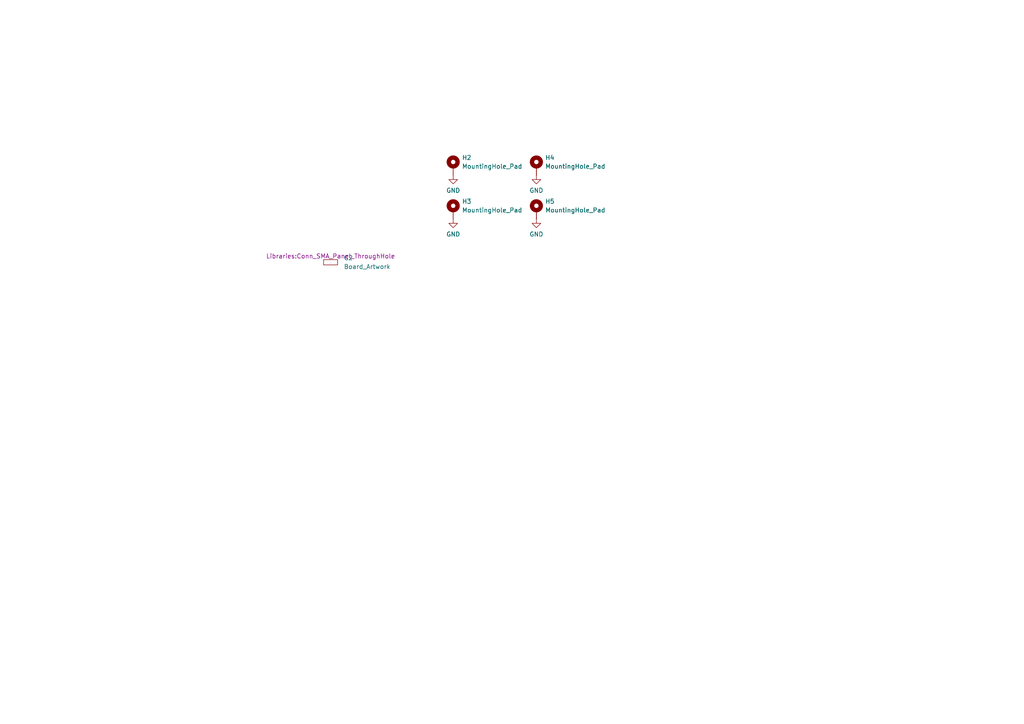
<source format=kicad_sch>
(kicad_sch (version 20231120) (generator "eeschema") (generator_version "8.0")
  (paper "A4")
  (lib_symbols
    (symbol "Mechanical:MountingHole_Pad" (pin_numbers hide) (pin_names (offset 1.016) hide) (exclude_from_sim yes) (in_bom no)
      (property "Reference" "H" (at 0 6.35 0))
      (property "Value" "MountingHole_Pad" (at 0 4.445 0))
      (symbol "MountingHole_Pad_0_1"
        (circle (center 0 1.27) (radius 1.27) (stroke (width 1.27)))
      )
      (symbol "MountingHole_Pad_1_1"
        (pin input line (at 0 -2.54 90) (length 2.54) (name "1") (number "1"))
      )
    )
    (symbol "Smitty:Board_Artwork" (in_bom no)
      (property "Reference" "G" (at 0 0 0))
      (property "Value" "Board_Artwork" (at 0 2.032 0))
      (symbol "Board_Artwork_0_1"
        (rectangle (start -2.032 -1.016) (end 2.032 -2.54))
      )
    )
    (symbol "power:GND" (power) (pin_numbers hide) (pin_names (offset 0) hide)
      (property "Value" "GND" (at 0 -3.81 0))
      (symbol "GND_0_1"
        (polyline (pts (xy 0 0) (xy 0 -1.27) (xy 1.27 -1.27) (xy 0 -2.54) (xy -1.27 -1.27) (xy 0 -1.27)))
      )
      (symbol "GND_1_1"
        (pin power_in line (at 0 0 270) (length 0) (name "~") (number "1"))
      )
    )
  )
  (symbol (lib_id "Mechanical:MountingHole_Pad") (at 155.575 48.26 0) (unit 1) (exclude_from_sim yes) (in_bom no)
    (property "Reference" "H4" (at 158.115 45.7199 0) (effects (justify left)))
    (property "Value" "MountingHole_Pad" (at 158.115 48.2599 0) (effects (justify left)))
    (property "Footprint" "MountingHole:MountingHole_2.2mm_M2_Pad" (effects (hide yes)))
    (property "Description" "Mounting Hole with connection" (effects (hide yes)))
  )
  (symbol (lib_id "power:GND") (at 131.445 63.5 0) (unit 1)
    (property "Reference" "#PWR3" (effects (hide yes)))
    (property "Value" "GND" (at 131.445 67.945 0))
    (property "Description" "Power symbol creates a global label with name \"GND\" , ground" (effects (hide yes)))
  )
  (symbol (lib_id "power:GND") (at 155.575 50.8 0) (unit 1)
    (property "Reference" "#PWR4" (effects (hide yes)))
    (property "Value" "GND" (at 155.575 55.245 0))
    (property "Description" "Power symbol creates a global label with name \"GND\" , ground" (effects (hide yes)))
  )
  (symbol (lib_id "Mechanical:MountingHole_Pad") (at 131.445 48.26 0) (unit 1) (exclude_from_sim yes) (in_bom no)
    (property "Reference" "H2" (at 133.985 45.7199 0) (effects (justify left)))
    (property "Value" "MountingHole_Pad" (at 133.985 48.2599 0) (effects (justify left)))
    (property "Footprint" "MountingHole:MountingHole_2.2mm_M2_Pad" (effects (hide yes)))
    (property "Description" "Mounting Hole with connection" (effects (hide yes)))
  )
  (symbol (lib_id "Mechanical:MountingHole_Pad") (at 131.445 60.96 0) (unit 1) (exclude_from_sim yes) (in_bom no)
    (property "Reference" "H3" (at 133.985 58.4199 0) (effects (justify left)))
    (property "Value" "MountingHole_Pad" (at 133.985 60.9599 0) (effects (justify left)))
    (property "Footprint" "MountingHole:MountingHole_2.2mm_M2_Pad" (effects (hide yes)))
    (property "Description" "Mounting Hole with connection" (effects (hide yes)))
  )
  (symbol (lib_id "power:GND") (at 155.575 63.5 0) (unit 1)
    (property "Reference" "#PWR5" (effects (hide yes)))
    (property "Value" "GND" (at 155.575 67.945 0))
    (property "Description" "Power symbol creates a global label with name \"GND\" , ground" (effects (hide yes)))
  )
  (symbol (lib_id "Smitty:Board_Artwork") (at 95.885 74.295 0) (unit 1) (in_bom no)
    (property "Reference" "G2" (at 99.695 74.8029 0) (effects (justify left)))
    (property "Value" "Board_Artwork" (at 99.695 77.3429 0) (effects (justify left)))
    (property "Footprint" "Libraries:Conn_SMA_Panel_ThroughHole" (at 95.885 74.295 0))
  )
  (symbol (lib_id "power:GND") (at 131.445 50.8 0) (unit 1)
    (property "Reference" "#PWR2" (effects (hide yes)))
    (property "Value" "GND" (at 131.445 55.245 0))
    (property "Description" "Power symbol creates a global label with name \"GND\" , ground" (effects (hide yes)))
  )
  (symbol (lib_id "Mechanical:MountingHole_Pad") (at 155.575 60.96 0) (unit 1) (exclude_from_sim yes) (in_bom no)
    (property "Reference" "H5" (at 158.115 58.4199 0) (effects (justify left)))
    (property "Value" "MountingHole_Pad" (at 158.115 60.9599 0) (effects (justify left)))
    (property "Footprint" "MountingHole:MountingHole_2.2mm_M2_Pad" (effects (hide yes)))
    (property "Description" "Mounting Hole with connection" (effects (hide yes)))
  )
)
</source>
